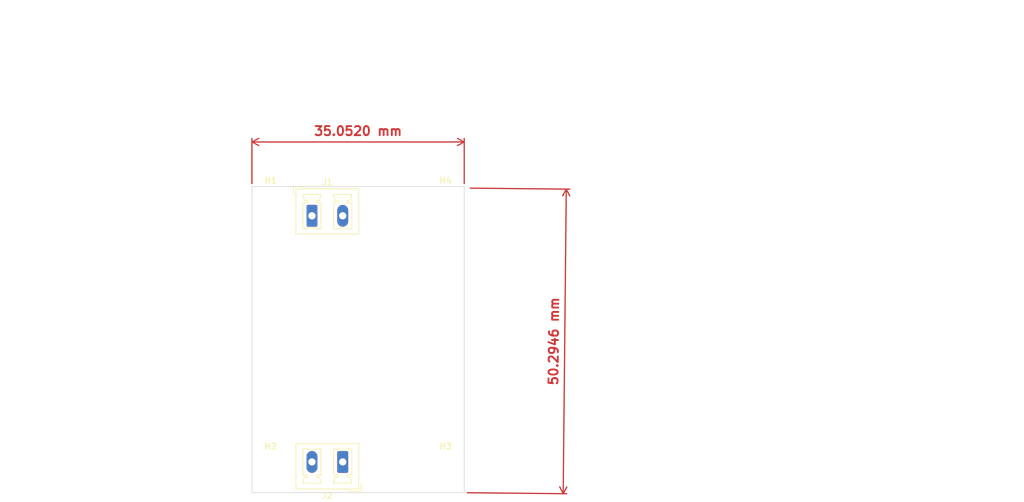
<source format=kicad_pcb>
(kicad_pcb (version 20211014) (generator pcbnew)
  (layers (0 "F.Cu" signal) (31 "B.Cu" signal) (34 "B.Paste" user) (35 "F.Paste" user) (36 "B.SilkS" user "B.Silkscreen") (37 "F.SilkS" user "F.Silkscreen") (38 "B.Mask" user) (39 "F.Mask" user) (44 "Edge.Cuts" user))
  (net 0 "")
  (net 1 "/+12{slash}24VA")
  (net 2 "GNDA")
  (footprint "Connector_Phoenix_MC_HighVoltage:PhoenixContact_MCV_1,5_2-G-5.08_1x02_P5.08mm_Vertical" (layer "F.Cu") (at 144.78 127 180)
    (fp_text reference "J2" (at 2.54 -5.55) (layer "F.SilkS"))
    (fp_text value "Conn_01x02_Male")
    (fp_line (start 5.83 -2.15) (end 6.58 -2.15) (layer "F.SilkS") (width 0.12))
    (fp_line (start 1.5 -2.15) (end 1.5 2.15) (layer "F.SilkS") (width 0.12))
    (fp_line (start 0.75 -2.5) (end 0.75 -2.15) (layer "F.SilkS") (width 0.12))
    (fp_line (start 4.33 -2.5) (end 3.83 -2.5) (layer "F.SilkS") (width 0.12))
    (fp_line (start 4.33 2.15) (end 3.58 2.15) (layer "F.SilkS") (width 0.12))
    (fp_line (start 3.58 -2.15) (end 4.33 -2.15) (layer "F.SilkS") (width 0.12))
    (fp_line (start -1.5 2.15) (end -1.5 -2.15) (layer "F.SilkS") (width 0.12))
    (fp_line (start 4.33 -2.15) (end 4.33 -2.5) (layer "F.SilkS") (width 0.12))
    (fp_line (start 6.58 -2.15) (end 6.58 2.15) (layer "F.SilkS") (width 0.12))
    (fp_line (start 6.58 2.15) (end 5.83 2.15) (layer "F.SilkS") (width 0.12))
    (fp_line (start 1.5 -3.5) (end 1.25 -2.5) (layer "F.SilkS") (width 0.12))
    (fp_line (start -1.5 -3.5) (end 1.5 -3.5) (layer "F.SilkS") (width 0.12))
    (fp_line (start -2.65 3.01) (end 7.73 3.01) (layer "F.SilkS") (width 0.12))
    (fp_line (start 3.58 -3.5) (end 6.58 -3.5) (layer "F.SilkS") (width 0.12))
    (fp_line (start -0.75 -2.15) (end -0.75 -2.5) (layer "F.SilkS") (width 0.12))
    (fp_line (start 7.73 3.01) (end 7.73 -4.46) (layer "F.SilkS") (width 0.12))
    (fp_line (start 1.25 -2.5) (end 0.75 -2.5) (layer "F.SilkS") (width 0.12))
    (fp_line (start 7.73 -4.46) (end -2.65 -4.46) (layer "F.SilkS") (width 0.12))
    (fp_line (start -2.65 -4.46) (end -2.65 3.01) (layer "F.SilkS") (width 0.12))
    (fp_line (start 3.83 -2.5) (end 3.58 -3.5) (layer "F.SilkS") (width 0.12))
    (fp_line (start -0.75 2.15) (end -1.5 2.15) (layer "F.SilkS") (width 0.12))
    (fp_line (start 0.75 -2.15) (end 1.5 -2.15) (layer "F.SilkS") (width 0.12))
    (fp_line (start -3.04 -3.6) (end -3.04 -4.85) (layer "F.SilkS") (width 0.12))
    (fp_line (start 1.5 2.15) (end 0.75 2.15) (layer "F.SilkS") (width 0.12))
    (fp_line (start -0.75 -2.5) (end -1.25 -2.5) (layer "F.SilkS") (width 0.12))
    (fp_line (start -1.5 -2.15) (end -0.75 -2.15) (layer "F.SilkS") (width 0.12))
    (fp_line (start -1.25 -2.5) (end -1.5 -3.5) (layer "F.SilkS") (width 0.12))
    (fp_line (start 5.83 -2.5) (end 5.83 -2.15) (layer "F.SilkS") (width 0.12))
    (fp_line (start 3.58 2.15) (end 3.58 -2.15) (layer "F.SilkS") (width 0.12))
    (fp_line (start -3.04 -4.85) (end -1.04 -4.85) (layer "F.SilkS") (width 0.12))
    (fp_line (start 6.33 -2.5) (end 5.83 -2.5) (layer "F.SilkS") (width 0.12))
    (fp_line (start 6.58 -3.5) (end 6.33 -2.5) (layer "F.SilkS") (width 0.12))
    (fp_arc (start -0.75 2.15) (mid -0.000193 1.99191) (end 0.749647 2.149844) (layer "F.SilkS") (width 0.12))
    (fp_arc (start 4.33 2.15) (mid 5.079807 1.99191) (end 5.829647 2.149844) (layer "F.SilkS") (width 0.12))
    (pad "1" thru_hole roundrect (at 0 0 180) (size 1.8 3.6) (drill 1.2) (layers *.Cu *.Mask) (roundrect_rratio 0.1388888889) (net 2 "GNDA"))
    (pad "2" thru_hole oval (at 5.08 0 180) (size 1.8 3.6) (drill 1.2) (layers *.Cu *.Mask) (net 1 "/+12{slash}24VA"))
  )
  (footprint "MountingHole:MountingHole_3.2mm_M3" (layer "F.Cu") (at 161.77 128.63)
    (fp_text reference "H3" (at 0 -4.2) (layer "F.SilkS"))
    (fp_text value "MountingHole_Pad")
    (pad "" np_thru_hole circle (at 0 0) (size 3.2 3.2) (drill 3.2) (layers *.Cu *.Mask))
  )
  (footprint "MountingHole:MountingHole_3.2mm_M3" (layer "F.Cu") (at 132.87 84.73)
    (fp_text reference "H1" (at 0 -4.2) (layer "F.SilkS"))
    (fp_text value "MountingHole_Pad")
    (pad "" np_thru_hole circle (at 0 0) (size 3.2 3.2) (drill 3.2) (layers *.Cu *.Mask))
  )
  (footprint "MountingHole:MountingHole_3.2mm_M3" (layer "F.Cu") (at 161.77 84.73)
    (fp_text reference "H4" (at 0 -4.2) (layer "F.SilkS"))
    (fp_text value "MountingHole_Pad")
    (pad "" np_thru_hole circle (at 0 0) (size 3.2 3.2) (drill 3.2) (layers *.Cu *.Mask))
  )
  (footprint "Connector_Phoenix_MC_HighVoltage:PhoenixContact_MCV_1,5_2-G-5.08_1x02_P5.08mm_Vertical" (layer "F.Cu") (at 139.7 86.36)
    (fp_text reference "J1" (at 2.54 -5.55) (layer "F.SilkS"))
    (fp_text value "Conn_01x02_Male")
    (fp_line (start 0.75 -2.5) (end 0.75 -2.15) (layer "F.SilkS") (width 0.12))
    (fp_line (start 6.58 -2.15) (end 6.58 2.15) (layer "F.SilkS") (width 0.12))
    (fp_line (start 3.58 2.15) (end 3.58 -2.15) (layer "F.SilkS") (width 0.12))
    (fp_line (start -0.75 -2.5) (end -1.25 -2.5) (layer "F.SilkS") (width 0.12))
    (fp_line (start -2.65 3.01) (end 7.73 3.01) (layer "F.SilkS") (width 0.12))
    (fp_line (start 6.33 -2.5) (end 5.83 -2.5) (layer "F.SilkS") (width 0.12))
    (fp_line (start 4.33 2.15) (end 3.58 2.15) (layer "F.SilkS") (width 0.12))
    (fp_line (start 4.33 -2.15) (end 4.33 -2.5) (layer "F.SilkS") (width 0.12))
    (fp_line (start 6.58 2.15) (end 5.83 2.15) (layer "F.SilkS") (width 0.12))
    (fp_line (start -1.25 -2.5) (end -1.5 -3.5) (layer "F.SilkS") (width 0.12))
    (fp_line (start 3.58 -2.15) (end 4.33 -2.15) (layer "F.SilkS") (width 0.12))
    (fp_line (start 1.5 -2.15) (end 1.5 2.15) (layer "F.SilkS") (width 0.12))
    (fp_line (start 3.83 -2.5) (end 3.58 -3.5) (layer "F.SilkS") (width 0.12))
    (fp_line (start 6.58 -3.5) (end 6.33 -2.5) (layer "F.SilkS") (width 0.12))
    (fp_line (start -3.04 -4.85) (end -1.04 -4.85) (layer "F.SilkS") (width 0.12))
    (fp_line (start 4.33 -2.5) (end 3.83 -2.5) (layer "F.SilkS") (width 0.12))
    (fp_line (start -0.75 2.15) (end -1.5 2.15) (layer "F.SilkS") (width 0.12))
    (fp_line (start 0.75 -2.15) (end 1.5 -2.15) (layer "F.SilkS") (width 0.12))
    (fp_line (start 7.73 3.01) (end 7.73 -4.46) (layer "F.SilkS") (width 0.12))
    (fp_line (start -2.65 -4.46) (end -2.65 3.01) (layer "F.SilkS") (width 0.12))
    (fp_line (start 5.83 -2.5) (end 5.83 -2.15) (layer "F.SilkS") (width 0.12))
    (fp_line (start -1.5 -2.15) (end -0.75 -2.15) (layer "F.SilkS") (width 0.12))
    (fp_line (start -1.5 2.15) (end -1.5 -2.15) (layer "F.SilkS") (width 0.12))
    (fp_line (start -1.5 -3.5) (end 1.5 -3.5) (layer "F.SilkS") (width 0.12))
    (fp_line (start -3.04 -3.6) (end -3.04 -4.85) (layer "F.SilkS") (width 0.12))
    (fp_line (start 1.5 -3.5) (end 1.25 -2.5) (layer "F.SilkS") (width 0.12))
    (fp_line (start 5.83 -2.15) (end 6.58 -2.15) (layer "F.SilkS") (width 0.12))
    (fp_line (start -0.75 -2.15) (end -0.75 -2.5) (layer "F.SilkS") (width 0.12))
    (fp_line (start 1.5 2.15) (end 0.75 2.15) (layer "F.SilkS") (width 0.12))
    (fp_line (start 7.73 -4.46) (end -2.65 -4.46) (layer "F.SilkS") (width 0.12))
    (fp_line (start 1.25 -2.5) (end 0.75 -2.5) (layer "F.SilkS") (width 0.12))
    (fp_line (start 3.58 -3.5) (end 6.58 -3.5) (layer "F.SilkS") (width 0.12))
    (fp_arc (start 4.33 2.15) (mid 5.079807 1.99191) (end 5.829647 2.149844) (layer "F.SilkS") (width 0.12))
    (fp_arc (start -0.75 2.15) (mid -0.000193 1.99191) (end 0.749647 2.149844) (layer "F.SilkS") (width 0.12))
    (pad "1" thru_hole roundrect (at 0 0) (size 1.8 3.6) (drill 1.2) (layers *.Cu *.Mask) (roundrect_rratio 0.1388888889))
    (pad "2" thru_hole oval (at 5.08 0) (size 1.8 3.6) (drill 1.2) (layers *.Cu *.Mask) (net 2 "GNDA"))
  )
  (footprint "MountingHole:MountingHole_3.2mm_M3" (layer "F.Cu") (at 132.87 128.63)
    (fp_text reference "H2" (at 0 -4.2) (layer "F.SilkS"))
    (fp_text value "MountingHole_Pad")
    (pad "" np_thru_hole circle (at 0 0) (size 3.2 3.2) (drill 3.2) (layers *.Cu *.Mask))
  )
  (gr_line (start 164.846 132.08) (end 129.794 132.08) (layer "Edge.Cuts") (width 0.1))
  (gr_line (start 129.794 81.534) (end 164.846 81.534) (layer "Edge.Cuts") (width 0.1))
  (gr_line (start 164.846 132.08) (end 164.846 81.534) (layer "Edge.Cuts") (width 0.1))
  (gr_line (start 129.794 132.08) (end 129.794 81.534) (layer "Edge.Cuts") (width 0.1))
  (dimension (type aligned) (layer "F.Cu") (pts (xy 129.794 81.534) (xy 164.846 81.534)) (height -7.366) (gr_text "35.0520 mm" (at 147.32 72.368) (layer "F.Cu") (effects (font (size 1.5 1.5) (thickness 0.3)))) (format (units 3) (units_format 1) (precision 4)) (style (thickness 0.2) (arrow_length 1.27) (text_position_mode 0) (extension_height 0.58642) (extension_offset 0.5) keep_text_aligned))
  (dimension (type aligned) (layer "F.Cu") (pts (xy 165.354 81.788) (xy 164.846 132.08)) (height -16.342398) (gr_text "50.2946 mm" (at 179.641656 107.080885 89.42127443) (layer "F.Cu") (effects (font (size 1.5 1.5) (thickness 0.3)))) (format (units 3) (units_format 1) (precision 4)) (style (thickness 0.2) (arrow_length 1.27) (text_position_mode 0) (extension_height 0.58642) (extension_offset 0.5) keep_text_aligned))
)
</source>
